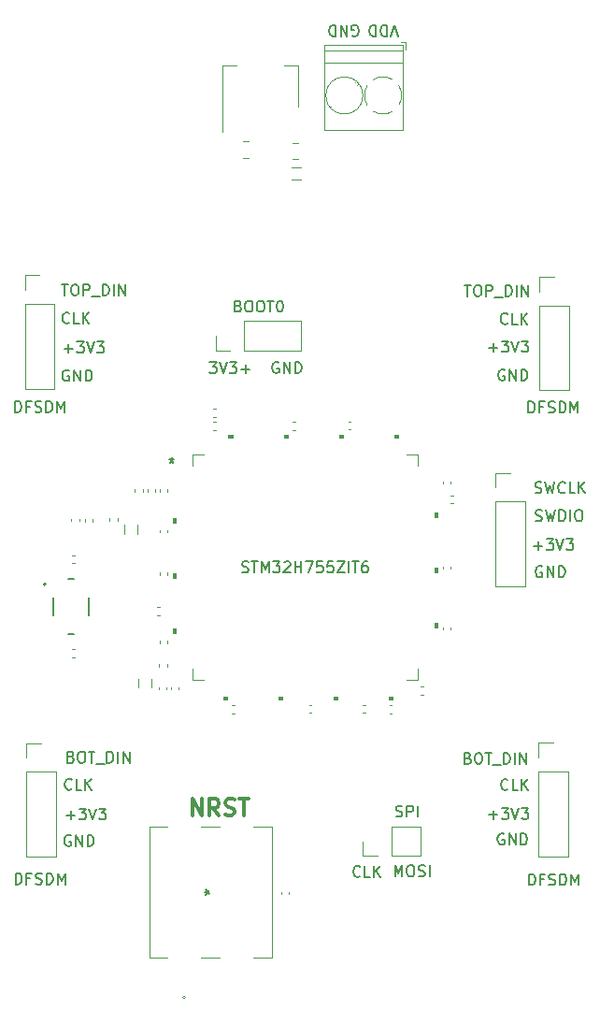
<source format=gbr>
%TF.GenerationSoftware,KiCad,Pcbnew,(5.1.10)-1*%
%TF.CreationDate,2021-11-07T19:26:15-08:00*%
%TF.ProjectId,stm32_pcb,73746d33-325f-4706-9362-2e6b69636164,rev?*%
%TF.SameCoordinates,Original*%
%TF.FileFunction,Legend,Top*%
%TF.FilePolarity,Positive*%
%FSLAX46Y46*%
G04 Gerber Fmt 4.6, Leading zero omitted, Abs format (unit mm)*
G04 Created by KiCad (PCBNEW (5.1.10)-1) date 2021-11-07 19:26:15*
%MOMM*%
%LPD*%
G01*
G04 APERTURE LIST*
%ADD10C,0.150000*%
%ADD11C,0.300000*%
%ADD12C,0.120000*%
%ADD13C,0.200000*%
%ADD14C,0.127000*%
%ADD15C,0.100000*%
G04 APERTURE END LIST*
D10*
X184778095Y-85954761D02*
X184920952Y-86002380D01*
X185159047Y-86002380D01*
X185254285Y-85954761D01*
X185301904Y-85907142D01*
X185349523Y-85811904D01*
X185349523Y-85716666D01*
X185301904Y-85621428D01*
X185254285Y-85573809D01*
X185159047Y-85526190D01*
X184968571Y-85478571D01*
X184873333Y-85430952D01*
X184825714Y-85383333D01*
X184778095Y-85288095D01*
X184778095Y-85192857D01*
X184825714Y-85097619D01*
X184873333Y-85050000D01*
X184968571Y-85002380D01*
X185206666Y-85002380D01*
X185349523Y-85050000D01*
X185682857Y-85002380D02*
X185920952Y-86002380D01*
X186111428Y-85288095D01*
X186301904Y-86002380D01*
X186540000Y-85002380D01*
X187492380Y-85907142D02*
X187444761Y-85954761D01*
X187301904Y-86002380D01*
X187206666Y-86002380D01*
X187063809Y-85954761D01*
X186968571Y-85859523D01*
X186920952Y-85764285D01*
X186873333Y-85573809D01*
X186873333Y-85430952D01*
X186920952Y-85240476D01*
X186968571Y-85145238D01*
X187063809Y-85050000D01*
X187206666Y-85002380D01*
X187301904Y-85002380D01*
X187444761Y-85050000D01*
X187492380Y-85097619D01*
X188397142Y-86002380D02*
X187920952Y-86002380D01*
X187920952Y-85002380D01*
X188730476Y-86002380D02*
X188730476Y-85002380D01*
X189301904Y-86002380D02*
X188873333Y-85430952D01*
X189301904Y-85002380D02*
X188730476Y-85573809D01*
X184830952Y-88484761D02*
X184973809Y-88532380D01*
X185211904Y-88532380D01*
X185307142Y-88484761D01*
X185354761Y-88437142D01*
X185402380Y-88341904D01*
X185402380Y-88246666D01*
X185354761Y-88151428D01*
X185307142Y-88103809D01*
X185211904Y-88056190D01*
X185021428Y-88008571D01*
X184926190Y-87960952D01*
X184878571Y-87913333D01*
X184830952Y-87818095D01*
X184830952Y-87722857D01*
X184878571Y-87627619D01*
X184926190Y-87580000D01*
X185021428Y-87532380D01*
X185259523Y-87532380D01*
X185402380Y-87580000D01*
X185735714Y-87532380D02*
X185973809Y-88532380D01*
X186164285Y-87818095D01*
X186354761Y-88532380D01*
X186592857Y-87532380D01*
X186973809Y-88532380D02*
X186973809Y-87532380D01*
X187211904Y-87532380D01*
X187354761Y-87580000D01*
X187450000Y-87675238D01*
X187497619Y-87770476D01*
X187545238Y-87960952D01*
X187545238Y-88103809D01*
X187497619Y-88294285D01*
X187450000Y-88389523D01*
X187354761Y-88484761D01*
X187211904Y-88532380D01*
X186973809Y-88532380D01*
X187973809Y-88532380D02*
X187973809Y-87532380D01*
X188640476Y-87532380D02*
X188830952Y-87532380D01*
X188926190Y-87580000D01*
X189021428Y-87675238D01*
X189069047Y-87865714D01*
X189069047Y-88199047D01*
X189021428Y-88389523D01*
X188926190Y-88484761D01*
X188830952Y-88532380D01*
X188640476Y-88532380D01*
X188545238Y-88484761D01*
X188450000Y-88389523D01*
X188402380Y-88199047D01*
X188402380Y-87865714D01*
X188450000Y-87675238D01*
X188545238Y-87580000D01*
X188640476Y-87532380D01*
X172078571Y-120702380D02*
X172078571Y-119702380D01*
X172411904Y-120416666D01*
X172745238Y-119702380D01*
X172745238Y-120702380D01*
X173411904Y-119702380D02*
X173602380Y-119702380D01*
X173697619Y-119750000D01*
X173792857Y-119845238D01*
X173840476Y-120035714D01*
X173840476Y-120369047D01*
X173792857Y-120559523D01*
X173697619Y-120654761D01*
X173602380Y-120702380D01*
X173411904Y-120702380D01*
X173316666Y-120654761D01*
X173221428Y-120559523D01*
X173173809Y-120369047D01*
X173173809Y-120035714D01*
X173221428Y-119845238D01*
X173316666Y-119750000D01*
X173411904Y-119702380D01*
X174221428Y-120654761D02*
X174364285Y-120702380D01*
X174602380Y-120702380D01*
X174697619Y-120654761D01*
X174745238Y-120607142D01*
X174792857Y-120511904D01*
X174792857Y-120416666D01*
X174745238Y-120321428D01*
X174697619Y-120273809D01*
X174602380Y-120226190D01*
X174411904Y-120178571D01*
X174316666Y-120130952D01*
X174269047Y-120083333D01*
X174221428Y-119988095D01*
X174221428Y-119892857D01*
X174269047Y-119797619D01*
X174316666Y-119750000D01*
X174411904Y-119702380D01*
X174650000Y-119702380D01*
X174792857Y-119750000D01*
X175221428Y-120702380D02*
X175221428Y-119702380D01*
X168934761Y-120657142D02*
X168887142Y-120704761D01*
X168744285Y-120752380D01*
X168649047Y-120752380D01*
X168506190Y-120704761D01*
X168410952Y-120609523D01*
X168363333Y-120514285D01*
X168315714Y-120323809D01*
X168315714Y-120180952D01*
X168363333Y-119990476D01*
X168410952Y-119895238D01*
X168506190Y-119800000D01*
X168649047Y-119752380D01*
X168744285Y-119752380D01*
X168887142Y-119800000D01*
X168934761Y-119847619D01*
X169839523Y-120752380D02*
X169363333Y-120752380D01*
X169363333Y-119752380D01*
X170172857Y-120752380D02*
X170172857Y-119752380D01*
X170744285Y-120752380D02*
X170315714Y-120180952D01*
X170744285Y-119752380D02*
X170172857Y-120323809D01*
X172166190Y-115264761D02*
X172309047Y-115312380D01*
X172547142Y-115312380D01*
X172642380Y-115264761D01*
X172690000Y-115217142D01*
X172737619Y-115121904D01*
X172737619Y-115026666D01*
X172690000Y-114931428D01*
X172642380Y-114883809D01*
X172547142Y-114836190D01*
X172356666Y-114788571D01*
X172261428Y-114740952D01*
X172213809Y-114693333D01*
X172166190Y-114598095D01*
X172166190Y-114502857D01*
X172213809Y-114407619D01*
X172261428Y-114360000D01*
X172356666Y-114312380D01*
X172594761Y-114312380D01*
X172737619Y-114360000D01*
X173166190Y-115312380D02*
X173166190Y-114312380D01*
X173547142Y-114312380D01*
X173642380Y-114360000D01*
X173690000Y-114407619D01*
X173737619Y-114502857D01*
X173737619Y-114645714D01*
X173690000Y-114740952D01*
X173642380Y-114788571D01*
X173547142Y-114836190D01*
X173166190Y-114836190D01*
X174166190Y-115312380D02*
X174166190Y-114312380D01*
D11*
X153709285Y-115198571D02*
X153709285Y-113698571D01*
X154566428Y-115198571D01*
X154566428Y-113698571D01*
X156137857Y-115198571D02*
X155637857Y-114484285D01*
X155280714Y-115198571D02*
X155280714Y-113698571D01*
X155852142Y-113698571D01*
X155995000Y-113770000D01*
X156066428Y-113841428D01*
X156137857Y-113984285D01*
X156137857Y-114198571D01*
X156066428Y-114341428D01*
X155995000Y-114412857D01*
X155852142Y-114484285D01*
X155280714Y-114484285D01*
X156709285Y-115127142D02*
X156923571Y-115198571D01*
X157280714Y-115198571D01*
X157423571Y-115127142D01*
X157495000Y-115055714D01*
X157566428Y-114912857D01*
X157566428Y-114770000D01*
X157495000Y-114627142D01*
X157423571Y-114555714D01*
X157280714Y-114484285D01*
X156995000Y-114412857D01*
X156852142Y-114341428D01*
X156780714Y-114270000D01*
X156709285Y-114127142D01*
X156709285Y-113984285D01*
X156780714Y-113841428D01*
X156852142Y-113770000D01*
X156995000Y-113698571D01*
X157352142Y-113698571D01*
X157566428Y-113770000D01*
X157995000Y-113698571D02*
X158852142Y-113698571D01*
X158423571Y-115198571D02*
X158423571Y-113698571D01*
D10*
X184668095Y-90781428D02*
X185430000Y-90781428D01*
X185049047Y-91162380D02*
X185049047Y-90400476D01*
X185810952Y-90162380D02*
X186430000Y-90162380D01*
X186096666Y-90543333D01*
X186239523Y-90543333D01*
X186334761Y-90590952D01*
X186382380Y-90638571D01*
X186430000Y-90733809D01*
X186430000Y-90971904D01*
X186382380Y-91067142D01*
X186334761Y-91114761D01*
X186239523Y-91162380D01*
X185953809Y-91162380D01*
X185858571Y-91114761D01*
X185810952Y-91067142D01*
X186715714Y-90162380D02*
X187049047Y-91162380D01*
X187382380Y-90162380D01*
X187620476Y-90162380D02*
X188239523Y-90162380D01*
X187906190Y-90543333D01*
X188049047Y-90543333D01*
X188144285Y-90590952D01*
X188191904Y-90638571D01*
X188239523Y-90733809D01*
X188239523Y-90971904D01*
X188191904Y-91067142D01*
X188144285Y-91114761D01*
X188049047Y-91162380D01*
X187763333Y-91162380D01*
X187668095Y-91114761D01*
X187620476Y-91067142D01*
X185398095Y-92670000D02*
X185302857Y-92622380D01*
X185160000Y-92622380D01*
X185017142Y-92670000D01*
X184921904Y-92765238D01*
X184874285Y-92860476D01*
X184826666Y-93050952D01*
X184826666Y-93193809D01*
X184874285Y-93384285D01*
X184921904Y-93479523D01*
X185017142Y-93574761D01*
X185160000Y-93622380D01*
X185255238Y-93622380D01*
X185398095Y-93574761D01*
X185445714Y-93527142D01*
X185445714Y-93193809D01*
X185255238Y-93193809D01*
X185874285Y-93622380D02*
X185874285Y-92622380D01*
X186445714Y-93622380D01*
X186445714Y-92622380D01*
X186921904Y-93622380D02*
X186921904Y-92622380D01*
X187160000Y-92622380D01*
X187302857Y-92670000D01*
X187398095Y-92765238D01*
X187445714Y-92860476D01*
X187493333Y-93050952D01*
X187493333Y-93193809D01*
X187445714Y-93384285D01*
X187398095Y-93479523D01*
X187302857Y-93574761D01*
X187160000Y-93622380D01*
X186921904Y-93622380D01*
X172343333Y-44637619D02*
X172010000Y-43637619D01*
X171676666Y-44637619D01*
X171343333Y-43637619D02*
X171343333Y-44637619D01*
X171105238Y-44637619D01*
X170962380Y-44590000D01*
X170867142Y-44494761D01*
X170819523Y-44399523D01*
X170771904Y-44209047D01*
X170771904Y-44066190D01*
X170819523Y-43875714D01*
X170867142Y-43780476D01*
X170962380Y-43685238D01*
X171105238Y-43637619D01*
X171343333Y-43637619D01*
X170343333Y-43637619D02*
X170343333Y-44637619D01*
X170105238Y-44637619D01*
X169962380Y-44590000D01*
X169867142Y-44494761D01*
X169819523Y-44399523D01*
X169771904Y-44209047D01*
X169771904Y-44066190D01*
X169819523Y-43875714D01*
X169867142Y-43780476D01*
X169962380Y-43685238D01*
X170105238Y-43637619D01*
X170343333Y-43637619D01*
X168221904Y-44590000D02*
X168317142Y-44637619D01*
X168460000Y-44637619D01*
X168602857Y-44590000D01*
X168698095Y-44494761D01*
X168745714Y-44399523D01*
X168793333Y-44209047D01*
X168793333Y-44066190D01*
X168745714Y-43875714D01*
X168698095Y-43780476D01*
X168602857Y-43685238D01*
X168460000Y-43637619D01*
X168364761Y-43637619D01*
X168221904Y-43685238D01*
X168174285Y-43732857D01*
X168174285Y-44066190D01*
X168364761Y-44066190D01*
X167745714Y-43637619D02*
X167745714Y-44637619D01*
X167174285Y-43637619D01*
X167174285Y-44637619D01*
X166698095Y-43637619D02*
X166698095Y-44637619D01*
X166460000Y-44637619D01*
X166317142Y-44590000D01*
X166221904Y-44494761D01*
X166174285Y-44399523D01*
X166126666Y-44209047D01*
X166126666Y-44066190D01*
X166174285Y-43875714D01*
X166221904Y-43780476D01*
X166317142Y-43685238D01*
X166460000Y-43637619D01*
X166698095Y-43637619D01*
X161528095Y-74180000D02*
X161432857Y-74132380D01*
X161290000Y-74132380D01*
X161147142Y-74180000D01*
X161051904Y-74275238D01*
X161004285Y-74370476D01*
X160956666Y-74560952D01*
X160956666Y-74703809D01*
X161004285Y-74894285D01*
X161051904Y-74989523D01*
X161147142Y-75084761D01*
X161290000Y-75132380D01*
X161385238Y-75132380D01*
X161528095Y-75084761D01*
X161575714Y-75037142D01*
X161575714Y-74703809D01*
X161385238Y-74703809D01*
X162004285Y-75132380D02*
X162004285Y-74132380D01*
X162575714Y-75132380D01*
X162575714Y-74132380D01*
X163051904Y-75132380D02*
X163051904Y-74132380D01*
X163290000Y-74132380D01*
X163432857Y-74180000D01*
X163528095Y-74275238D01*
X163575714Y-74370476D01*
X163623333Y-74560952D01*
X163623333Y-74703809D01*
X163575714Y-74894285D01*
X163528095Y-74989523D01*
X163432857Y-75084761D01*
X163290000Y-75132380D01*
X163051904Y-75132380D01*
X155292857Y-74152380D02*
X155911904Y-74152380D01*
X155578571Y-74533333D01*
X155721428Y-74533333D01*
X155816666Y-74580952D01*
X155864285Y-74628571D01*
X155911904Y-74723809D01*
X155911904Y-74961904D01*
X155864285Y-75057142D01*
X155816666Y-75104761D01*
X155721428Y-75152380D01*
X155435714Y-75152380D01*
X155340476Y-75104761D01*
X155292857Y-75057142D01*
X156197619Y-74152380D02*
X156530952Y-75152380D01*
X156864285Y-74152380D01*
X157102380Y-74152380D02*
X157721428Y-74152380D01*
X157388095Y-74533333D01*
X157530952Y-74533333D01*
X157626190Y-74580952D01*
X157673809Y-74628571D01*
X157721428Y-74723809D01*
X157721428Y-74961904D01*
X157673809Y-75057142D01*
X157626190Y-75104761D01*
X157530952Y-75152380D01*
X157245238Y-75152380D01*
X157150000Y-75104761D01*
X157102380Y-75057142D01*
X158150000Y-74771428D02*
X158911904Y-74771428D01*
X158530952Y-75152380D02*
X158530952Y-74390476D01*
X157906666Y-69068571D02*
X158049523Y-69116190D01*
X158097142Y-69163809D01*
X158144761Y-69259047D01*
X158144761Y-69401904D01*
X158097142Y-69497142D01*
X158049523Y-69544761D01*
X157954285Y-69592380D01*
X157573333Y-69592380D01*
X157573333Y-68592380D01*
X157906666Y-68592380D01*
X158001904Y-68640000D01*
X158049523Y-68687619D01*
X158097142Y-68782857D01*
X158097142Y-68878095D01*
X158049523Y-68973333D01*
X158001904Y-69020952D01*
X157906666Y-69068571D01*
X157573333Y-69068571D01*
X158763809Y-68592380D02*
X158954285Y-68592380D01*
X159049523Y-68640000D01*
X159144761Y-68735238D01*
X159192380Y-68925714D01*
X159192380Y-69259047D01*
X159144761Y-69449523D01*
X159049523Y-69544761D01*
X158954285Y-69592380D01*
X158763809Y-69592380D01*
X158668571Y-69544761D01*
X158573333Y-69449523D01*
X158525714Y-69259047D01*
X158525714Y-68925714D01*
X158573333Y-68735238D01*
X158668571Y-68640000D01*
X158763809Y-68592380D01*
X159811428Y-68592380D02*
X160001904Y-68592380D01*
X160097142Y-68640000D01*
X160192380Y-68735238D01*
X160240000Y-68925714D01*
X160240000Y-69259047D01*
X160192380Y-69449523D01*
X160097142Y-69544761D01*
X160001904Y-69592380D01*
X159811428Y-69592380D01*
X159716190Y-69544761D01*
X159620952Y-69449523D01*
X159573333Y-69259047D01*
X159573333Y-68925714D01*
X159620952Y-68735238D01*
X159716190Y-68640000D01*
X159811428Y-68592380D01*
X160525714Y-68592380D02*
X161097142Y-68592380D01*
X160811428Y-69592380D02*
X160811428Y-68592380D01*
X161620952Y-68592380D02*
X161716190Y-68592380D01*
X161811428Y-68640000D01*
X161859047Y-68687619D01*
X161906666Y-68782857D01*
X161954285Y-68973333D01*
X161954285Y-69211428D01*
X161906666Y-69401904D01*
X161859047Y-69497142D01*
X161811428Y-69544761D01*
X161716190Y-69592380D01*
X161620952Y-69592380D01*
X161525714Y-69544761D01*
X161478095Y-69497142D01*
X161430476Y-69401904D01*
X161382857Y-69211428D01*
X161382857Y-68973333D01*
X161430476Y-68782857D01*
X161478095Y-68687619D01*
X161525714Y-68640000D01*
X161620952Y-68592380D01*
X178693809Y-109988571D02*
X178836666Y-110036190D01*
X178884285Y-110083809D01*
X178931904Y-110179047D01*
X178931904Y-110321904D01*
X178884285Y-110417142D01*
X178836666Y-110464761D01*
X178741428Y-110512380D01*
X178360476Y-110512380D01*
X178360476Y-109512380D01*
X178693809Y-109512380D01*
X178789047Y-109560000D01*
X178836666Y-109607619D01*
X178884285Y-109702857D01*
X178884285Y-109798095D01*
X178836666Y-109893333D01*
X178789047Y-109940952D01*
X178693809Y-109988571D01*
X178360476Y-109988571D01*
X179550952Y-109512380D02*
X179741428Y-109512380D01*
X179836666Y-109560000D01*
X179931904Y-109655238D01*
X179979523Y-109845714D01*
X179979523Y-110179047D01*
X179931904Y-110369523D01*
X179836666Y-110464761D01*
X179741428Y-110512380D01*
X179550952Y-110512380D01*
X179455714Y-110464761D01*
X179360476Y-110369523D01*
X179312857Y-110179047D01*
X179312857Y-109845714D01*
X179360476Y-109655238D01*
X179455714Y-109560000D01*
X179550952Y-109512380D01*
X180265238Y-109512380D02*
X180836666Y-109512380D01*
X180550952Y-110512380D02*
X180550952Y-109512380D01*
X180931904Y-110607619D02*
X181693809Y-110607619D01*
X181931904Y-110512380D02*
X181931904Y-109512380D01*
X182170000Y-109512380D01*
X182312857Y-109560000D01*
X182408095Y-109655238D01*
X182455714Y-109750476D01*
X182503333Y-109940952D01*
X182503333Y-110083809D01*
X182455714Y-110274285D01*
X182408095Y-110369523D01*
X182312857Y-110464761D01*
X182170000Y-110512380D01*
X181931904Y-110512380D01*
X182931904Y-110512380D02*
X182931904Y-109512380D01*
X183408095Y-110512380D02*
X183408095Y-109512380D01*
X183979523Y-110512380D01*
X183979523Y-109512380D01*
X142743809Y-109888571D02*
X142886666Y-109936190D01*
X142934285Y-109983809D01*
X142981904Y-110079047D01*
X142981904Y-110221904D01*
X142934285Y-110317142D01*
X142886666Y-110364761D01*
X142791428Y-110412380D01*
X142410476Y-110412380D01*
X142410476Y-109412380D01*
X142743809Y-109412380D01*
X142839047Y-109460000D01*
X142886666Y-109507619D01*
X142934285Y-109602857D01*
X142934285Y-109698095D01*
X142886666Y-109793333D01*
X142839047Y-109840952D01*
X142743809Y-109888571D01*
X142410476Y-109888571D01*
X143600952Y-109412380D02*
X143791428Y-109412380D01*
X143886666Y-109460000D01*
X143981904Y-109555238D01*
X144029523Y-109745714D01*
X144029523Y-110079047D01*
X143981904Y-110269523D01*
X143886666Y-110364761D01*
X143791428Y-110412380D01*
X143600952Y-110412380D01*
X143505714Y-110364761D01*
X143410476Y-110269523D01*
X143362857Y-110079047D01*
X143362857Y-109745714D01*
X143410476Y-109555238D01*
X143505714Y-109460000D01*
X143600952Y-109412380D01*
X144315238Y-109412380D02*
X144886666Y-109412380D01*
X144600952Y-110412380D02*
X144600952Y-109412380D01*
X144981904Y-110507619D02*
X145743809Y-110507619D01*
X145981904Y-110412380D02*
X145981904Y-109412380D01*
X146220000Y-109412380D01*
X146362857Y-109460000D01*
X146458095Y-109555238D01*
X146505714Y-109650476D01*
X146553333Y-109840952D01*
X146553333Y-109983809D01*
X146505714Y-110174285D01*
X146458095Y-110269523D01*
X146362857Y-110364761D01*
X146220000Y-110412380D01*
X145981904Y-110412380D01*
X146981904Y-110412380D02*
X146981904Y-109412380D01*
X147458095Y-110412380D02*
X147458095Y-109412380D01*
X148029523Y-110412380D01*
X148029523Y-109412380D01*
X142328095Y-115181428D02*
X143090000Y-115181428D01*
X142709047Y-115562380D02*
X142709047Y-114800476D01*
X143470952Y-114562380D02*
X144090000Y-114562380D01*
X143756666Y-114943333D01*
X143899523Y-114943333D01*
X143994761Y-114990952D01*
X144042380Y-115038571D01*
X144090000Y-115133809D01*
X144090000Y-115371904D01*
X144042380Y-115467142D01*
X143994761Y-115514761D01*
X143899523Y-115562380D01*
X143613809Y-115562380D01*
X143518571Y-115514761D01*
X143470952Y-115467142D01*
X144375714Y-114562380D02*
X144709047Y-115562380D01*
X145042380Y-114562380D01*
X145280476Y-114562380D02*
X145899523Y-114562380D01*
X145566190Y-114943333D01*
X145709047Y-114943333D01*
X145804285Y-114990952D01*
X145851904Y-115038571D01*
X145899523Y-115133809D01*
X145899523Y-115371904D01*
X145851904Y-115467142D01*
X145804285Y-115514761D01*
X145709047Y-115562380D01*
X145423333Y-115562380D01*
X145328095Y-115514761D01*
X145280476Y-115467142D01*
X180608095Y-115131428D02*
X181370000Y-115131428D01*
X180989047Y-115512380D02*
X180989047Y-114750476D01*
X181750952Y-114512380D02*
X182370000Y-114512380D01*
X182036666Y-114893333D01*
X182179523Y-114893333D01*
X182274761Y-114940952D01*
X182322380Y-114988571D01*
X182370000Y-115083809D01*
X182370000Y-115321904D01*
X182322380Y-115417142D01*
X182274761Y-115464761D01*
X182179523Y-115512380D01*
X181893809Y-115512380D01*
X181798571Y-115464761D01*
X181750952Y-115417142D01*
X182655714Y-114512380D02*
X182989047Y-115512380D01*
X183322380Y-114512380D01*
X183560476Y-114512380D02*
X184179523Y-114512380D01*
X183846190Y-114893333D01*
X183989047Y-114893333D01*
X184084285Y-114940952D01*
X184131904Y-114988571D01*
X184179523Y-115083809D01*
X184179523Y-115321904D01*
X184131904Y-115417142D01*
X184084285Y-115464761D01*
X183989047Y-115512380D01*
X183703333Y-115512380D01*
X183608095Y-115464761D01*
X183560476Y-115417142D01*
X181948095Y-116885000D02*
X181852857Y-116837380D01*
X181710000Y-116837380D01*
X181567142Y-116885000D01*
X181471904Y-116980238D01*
X181424285Y-117075476D01*
X181376666Y-117265952D01*
X181376666Y-117408809D01*
X181424285Y-117599285D01*
X181471904Y-117694523D01*
X181567142Y-117789761D01*
X181710000Y-117837380D01*
X181805238Y-117837380D01*
X181948095Y-117789761D01*
X181995714Y-117742142D01*
X181995714Y-117408809D01*
X181805238Y-117408809D01*
X182424285Y-117837380D02*
X182424285Y-116837380D01*
X182995714Y-117837380D01*
X182995714Y-116837380D01*
X183471904Y-117837380D02*
X183471904Y-116837380D01*
X183710000Y-116837380D01*
X183852857Y-116885000D01*
X183948095Y-116980238D01*
X183995714Y-117075476D01*
X184043333Y-117265952D01*
X184043333Y-117408809D01*
X183995714Y-117599285D01*
X183948095Y-117694523D01*
X183852857Y-117789761D01*
X183710000Y-117837380D01*
X183471904Y-117837380D01*
X142708095Y-117005000D02*
X142612857Y-116957380D01*
X142470000Y-116957380D01*
X142327142Y-117005000D01*
X142231904Y-117100238D01*
X142184285Y-117195476D01*
X142136666Y-117385952D01*
X142136666Y-117528809D01*
X142184285Y-117719285D01*
X142231904Y-117814523D01*
X142327142Y-117909761D01*
X142470000Y-117957380D01*
X142565238Y-117957380D01*
X142708095Y-117909761D01*
X142755714Y-117862142D01*
X142755714Y-117528809D01*
X142565238Y-117528809D01*
X143184285Y-117957380D02*
X143184285Y-116957380D01*
X143755714Y-117957380D01*
X143755714Y-116957380D01*
X144231904Y-117957380D02*
X144231904Y-116957380D01*
X144470000Y-116957380D01*
X144612857Y-117005000D01*
X144708095Y-117100238D01*
X144755714Y-117195476D01*
X144803333Y-117385952D01*
X144803333Y-117528809D01*
X144755714Y-117719285D01*
X144708095Y-117814523D01*
X144612857Y-117909761D01*
X144470000Y-117957380D01*
X144231904Y-117957380D01*
X182314761Y-112787142D02*
X182267142Y-112834761D01*
X182124285Y-112882380D01*
X182029047Y-112882380D01*
X181886190Y-112834761D01*
X181790952Y-112739523D01*
X181743333Y-112644285D01*
X181695714Y-112453809D01*
X181695714Y-112310952D01*
X181743333Y-112120476D01*
X181790952Y-112025238D01*
X181886190Y-111930000D01*
X182029047Y-111882380D01*
X182124285Y-111882380D01*
X182267142Y-111930000D01*
X182314761Y-111977619D01*
X183219523Y-112882380D02*
X182743333Y-112882380D01*
X182743333Y-111882380D01*
X183552857Y-112882380D02*
X183552857Y-111882380D01*
X184124285Y-112882380D02*
X183695714Y-112310952D01*
X184124285Y-111882380D02*
X183552857Y-112453809D01*
X142794761Y-112767142D02*
X142747142Y-112814761D01*
X142604285Y-112862380D01*
X142509047Y-112862380D01*
X142366190Y-112814761D01*
X142270952Y-112719523D01*
X142223333Y-112624285D01*
X142175714Y-112433809D01*
X142175714Y-112290952D01*
X142223333Y-112100476D01*
X142270952Y-112005238D01*
X142366190Y-111910000D01*
X142509047Y-111862380D01*
X142604285Y-111862380D01*
X142747142Y-111910000D01*
X142794761Y-111957619D01*
X143699523Y-112862380D02*
X143223333Y-112862380D01*
X143223333Y-111862380D01*
X144032857Y-112862380D02*
X144032857Y-111862380D01*
X144604285Y-112862380D02*
X144175714Y-112290952D01*
X144604285Y-111862380D02*
X144032857Y-112433809D01*
X184221904Y-121492380D02*
X184221904Y-120492380D01*
X184460000Y-120492380D01*
X184602857Y-120540000D01*
X184698095Y-120635238D01*
X184745714Y-120730476D01*
X184793333Y-120920952D01*
X184793333Y-121063809D01*
X184745714Y-121254285D01*
X184698095Y-121349523D01*
X184602857Y-121444761D01*
X184460000Y-121492380D01*
X184221904Y-121492380D01*
X185555238Y-120968571D02*
X185221904Y-120968571D01*
X185221904Y-121492380D02*
X185221904Y-120492380D01*
X185698095Y-120492380D01*
X186031428Y-121444761D02*
X186174285Y-121492380D01*
X186412380Y-121492380D01*
X186507619Y-121444761D01*
X186555238Y-121397142D01*
X186602857Y-121301904D01*
X186602857Y-121206666D01*
X186555238Y-121111428D01*
X186507619Y-121063809D01*
X186412380Y-121016190D01*
X186221904Y-120968571D01*
X186126666Y-120920952D01*
X186079047Y-120873333D01*
X186031428Y-120778095D01*
X186031428Y-120682857D01*
X186079047Y-120587619D01*
X186126666Y-120540000D01*
X186221904Y-120492380D01*
X186460000Y-120492380D01*
X186602857Y-120540000D01*
X187031428Y-121492380D02*
X187031428Y-120492380D01*
X187269523Y-120492380D01*
X187412380Y-120540000D01*
X187507619Y-120635238D01*
X187555238Y-120730476D01*
X187602857Y-120920952D01*
X187602857Y-121063809D01*
X187555238Y-121254285D01*
X187507619Y-121349523D01*
X187412380Y-121444761D01*
X187269523Y-121492380D01*
X187031428Y-121492380D01*
X188031428Y-121492380D02*
X188031428Y-120492380D01*
X188364761Y-121206666D01*
X188698095Y-120492380D01*
X188698095Y-121492380D01*
X137711904Y-121412380D02*
X137711904Y-120412380D01*
X137950000Y-120412380D01*
X138092857Y-120460000D01*
X138188095Y-120555238D01*
X138235714Y-120650476D01*
X138283333Y-120840952D01*
X138283333Y-120983809D01*
X138235714Y-121174285D01*
X138188095Y-121269523D01*
X138092857Y-121364761D01*
X137950000Y-121412380D01*
X137711904Y-121412380D01*
X139045238Y-120888571D02*
X138711904Y-120888571D01*
X138711904Y-121412380D02*
X138711904Y-120412380D01*
X139188095Y-120412380D01*
X139521428Y-121364761D02*
X139664285Y-121412380D01*
X139902380Y-121412380D01*
X139997619Y-121364761D01*
X140045238Y-121317142D01*
X140092857Y-121221904D01*
X140092857Y-121126666D01*
X140045238Y-121031428D01*
X139997619Y-120983809D01*
X139902380Y-120936190D01*
X139711904Y-120888571D01*
X139616666Y-120840952D01*
X139569047Y-120793333D01*
X139521428Y-120698095D01*
X139521428Y-120602857D01*
X139569047Y-120507619D01*
X139616666Y-120460000D01*
X139711904Y-120412380D01*
X139950000Y-120412380D01*
X140092857Y-120460000D01*
X140521428Y-121412380D02*
X140521428Y-120412380D01*
X140759523Y-120412380D01*
X140902380Y-120460000D01*
X140997619Y-120555238D01*
X141045238Y-120650476D01*
X141092857Y-120840952D01*
X141092857Y-120983809D01*
X141045238Y-121174285D01*
X140997619Y-121269523D01*
X140902380Y-121364761D01*
X140759523Y-121412380D01*
X140521428Y-121412380D01*
X141521428Y-121412380D02*
X141521428Y-120412380D01*
X141854761Y-121126666D01*
X142188095Y-120412380D01*
X142188095Y-121412380D01*
X184171904Y-78722380D02*
X184171904Y-77722380D01*
X184410000Y-77722380D01*
X184552857Y-77770000D01*
X184648095Y-77865238D01*
X184695714Y-77960476D01*
X184743333Y-78150952D01*
X184743333Y-78293809D01*
X184695714Y-78484285D01*
X184648095Y-78579523D01*
X184552857Y-78674761D01*
X184410000Y-78722380D01*
X184171904Y-78722380D01*
X185505238Y-78198571D02*
X185171904Y-78198571D01*
X185171904Y-78722380D02*
X185171904Y-77722380D01*
X185648095Y-77722380D01*
X185981428Y-78674761D02*
X186124285Y-78722380D01*
X186362380Y-78722380D01*
X186457619Y-78674761D01*
X186505238Y-78627142D01*
X186552857Y-78531904D01*
X186552857Y-78436666D01*
X186505238Y-78341428D01*
X186457619Y-78293809D01*
X186362380Y-78246190D01*
X186171904Y-78198571D01*
X186076666Y-78150952D01*
X186029047Y-78103333D01*
X185981428Y-78008095D01*
X185981428Y-77912857D01*
X186029047Y-77817619D01*
X186076666Y-77770000D01*
X186171904Y-77722380D01*
X186410000Y-77722380D01*
X186552857Y-77770000D01*
X186981428Y-78722380D02*
X186981428Y-77722380D01*
X187219523Y-77722380D01*
X187362380Y-77770000D01*
X187457619Y-77865238D01*
X187505238Y-77960476D01*
X187552857Y-78150952D01*
X187552857Y-78293809D01*
X187505238Y-78484285D01*
X187457619Y-78579523D01*
X187362380Y-78674761D01*
X187219523Y-78722380D01*
X186981428Y-78722380D01*
X187981428Y-78722380D02*
X187981428Y-77722380D01*
X188314761Y-78436666D01*
X188648095Y-77722380D01*
X188648095Y-78722380D01*
X181998095Y-74865000D02*
X181902857Y-74817380D01*
X181760000Y-74817380D01*
X181617142Y-74865000D01*
X181521904Y-74960238D01*
X181474285Y-75055476D01*
X181426666Y-75245952D01*
X181426666Y-75388809D01*
X181474285Y-75579285D01*
X181521904Y-75674523D01*
X181617142Y-75769761D01*
X181760000Y-75817380D01*
X181855238Y-75817380D01*
X181998095Y-75769761D01*
X182045714Y-75722142D01*
X182045714Y-75388809D01*
X181855238Y-75388809D01*
X182474285Y-75817380D02*
X182474285Y-74817380D01*
X183045714Y-75817380D01*
X183045714Y-74817380D01*
X183521904Y-75817380D02*
X183521904Y-74817380D01*
X183760000Y-74817380D01*
X183902857Y-74865000D01*
X183998095Y-74960238D01*
X184045714Y-75055476D01*
X184093333Y-75245952D01*
X184093333Y-75388809D01*
X184045714Y-75579285D01*
X183998095Y-75674523D01*
X183902857Y-75769761D01*
X183760000Y-75817380D01*
X183521904Y-75817380D01*
X180608095Y-72851428D02*
X181370000Y-72851428D01*
X180989047Y-73232380D02*
X180989047Y-72470476D01*
X181750952Y-72232380D02*
X182370000Y-72232380D01*
X182036666Y-72613333D01*
X182179523Y-72613333D01*
X182274761Y-72660952D01*
X182322380Y-72708571D01*
X182370000Y-72803809D01*
X182370000Y-73041904D01*
X182322380Y-73137142D01*
X182274761Y-73184761D01*
X182179523Y-73232380D01*
X181893809Y-73232380D01*
X181798571Y-73184761D01*
X181750952Y-73137142D01*
X182655714Y-72232380D02*
X182989047Y-73232380D01*
X183322380Y-72232380D01*
X183560476Y-72232380D02*
X184179523Y-72232380D01*
X183846190Y-72613333D01*
X183989047Y-72613333D01*
X184084285Y-72660952D01*
X184131904Y-72708571D01*
X184179523Y-72803809D01*
X184179523Y-73041904D01*
X184131904Y-73137142D01*
X184084285Y-73184761D01*
X183989047Y-73232380D01*
X183703333Y-73232380D01*
X183608095Y-73184761D01*
X183560476Y-73137142D01*
X182284761Y-70607142D02*
X182237142Y-70654761D01*
X182094285Y-70702380D01*
X181999047Y-70702380D01*
X181856190Y-70654761D01*
X181760952Y-70559523D01*
X181713333Y-70464285D01*
X181665714Y-70273809D01*
X181665714Y-70130952D01*
X181713333Y-69940476D01*
X181760952Y-69845238D01*
X181856190Y-69750000D01*
X181999047Y-69702380D01*
X182094285Y-69702380D01*
X182237142Y-69750000D01*
X182284761Y-69797619D01*
X183189523Y-70702380D02*
X182713333Y-70702380D01*
X182713333Y-69702380D01*
X183522857Y-70702380D02*
X183522857Y-69702380D01*
X184094285Y-70702380D02*
X183665714Y-70130952D01*
X184094285Y-69702380D02*
X183522857Y-70273809D01*
X178387619Y-67172380D02*
X178959047Y-67172380D01*
X178673333Y-68172380D02*
X178673333Y-67172380D01*
X179482857Y-67172380D02*
X179673333Y-67172380D01*
X179768571Y-67220000D01*
X179863809Y-67315238D01*
X179911428Y-67505714D01*
X179911428Y-67839047D01*
X179863809Y-68029523D01*
X179768571Y-68124761D01*
X179673333Y-68172380D01*
X179482857Y-68172380D01*
X179387619Y-68124761D01*
X179292380Y-68029523D01*
X179244761Y-67839047D01*
X179244761Y-67505714D01*
X179292380Y-67315238D01*
X179387619Y-67220000D01*
X179482857Y-67172380D01*
X180340000Y-68172380D02*
X180340000Y-67172380D01*
X180720952Y-67172380D01*
X180816190Y-67220000D01*
X180863809Y-67267619D01*
X180911428Y-67362857D01*
X180911428Y-67505714D01*
X180863809Y-67600952D01*
X180816190Y-67648571D01*
X180720952Y-67696190D01*
X180340000Y-67696190D01*
X181101904Y-68267619D02*
X181863809Y-68267619D01*
X182101904Y-68172380D02*
X182101904Y-67172380D01*
X182340000Y-67172380D01*
X182482857Y-67220000D01*
X182578095Y-67315238D01*
X182625714Y-67410476D01*
X182673333Y-67600952D01*
X182673333Y-67743809D01*
X182625714Y-67934285D01*
X182578095Y-68029523D01*
X182482857Y-68124761D01*
X182340000Y-68172380D01*
X182101904Y-68172380D01*
X183101904Y-68172380D02*
X183101904Y-67172380D01*
X183578095Y-68172380D02*
X183578095Y-67172380D01*
X184149523Y-68172380D01*
X184149523Y-67172380D01*
X141897619Y-67102380D02*
X142469047Y-67102380D01*
X142183333Y-68102380D02*
X142183333Y-67102380D01*
X142992857Y-67102380D02*
X143183333Y-67102380D01*
X143278571Y-67150000D01*
X143373809Y-67245238D01*
X143421428Y-67435714D01*
X143421428Y-67769047D01*
X143373809Y-67959523D01*
X143278571Y-68054761D01*
X143183333Y-68102380D01*
X142992857Y-68102380D01*
X142897619Y-68054761D01*
X142802380Y-67959523D01*
X142754761Y-67769047D01*
X142754761Y-67435714D01*
X142802380Y-67245238D01*
X142897619Y-67150000D01*
X142992857Y-67102380D01*
X143850000Y-68102380D02*
X143850000Y-67102380D01*
X144230952Y-67102380D01*
X144326190Y-67150000D01*
X144373809Y-67197619D01*
X144421428Y-67292857D01*
X144421428Y-67435714D01*
X144373809Y-67530952D01*
X144326190Y-67578571D01*
X144230952Y-67626190D01*
X143850000Y-67626190D01*
X144611904Y-68197619D02*
X145373809Y-68197619D01*
X145611904Y-68102380D02*
X145611904Y-67102380D01*
X145850000Y-67102380D01*
X145992857Y-67150000D01*
X146088095Y-67245238D01*
X146135714Y-67340476D01*
X146183333Y-67530952D01*
X146183333Y-67673809D01*
X146135714Y-67864285D01*
X146088095Y-67959523D01*
X145992857Y-68054761D01*
X145850000Y-68102380D01*
X145611904Y-68102380D01*
X146611904Y-68102380D02*
X146611904Y-67102380D01*
X147088095Y-68102380D02*
X147088095Y-67102380D01*
X147659523Y-68102380D01*
X147659523Y-67102380D01*
X142574761Y-70547142D02*
X142527142Y-70594761D01*
X142384285Y-70642380D01*
X142289047Y-70642380D01*
X142146190Y-70594761D01*
X142050952Y-70499523D01*
X142003333Y-70404285D01*
X141955714Y-70213809D01*
X141955714Y-70070952D01*
X142003333Y-69880476D01*
X142050952Y-69785238D01*
X142146190Y-69690000D01*
X142289047Y-69642380D01*
X142384285Y-69642380D01*
X142527142Y-69690000D01*
X142574761Y-69737619D01*
X143479523Y-70642380D02*
X143003333Y-70642380D01*
X143003333Y-69642380D01*
X143812857Y-70642380D02*
X143812857Y-69642380D01*
X144384285Y-70642380D02*
X143955714Y-70070952D01*
X144384285Y-69642380D02*
X143812857Y-70213809D01*
X142538095Y-74905000D02*
X142442857Y-74857380D01*
X142300000Y-74857380D01*
X142157142Y-74905000D01*
X142061904Y-75000238D01*
X142014285Y-75095476D01*
X141966666Y-75285952D01*
X141966666Y-75428809D01*
X142014285Y-75619285D01*
X142061904Y-75714523D01*
X142157142Y-75809761D01*
X142300000Y-75857380D01*
X142395238Y-75857380D01*
X142538095Y-75809761D01*
X142585714Y-75762142D01*
X142585714Y-75428809D01*
X142395238Y-75428809D01*
X143014285Y-75857380D02*
X143014285Y-74857380D01*
X143585714Y-75857380D01*
X143585714Y-74857380D01*
X144061904Y-75857380D02*
X144061904Y-74857380D01*
X144300000Y-74857380D01*
X144442857Y-74905000D01*
X144538095Y-75000238D01*
X144585714Y-75095476D01*
X144633333Y-75285952D01*
X144633333Y-75428809D01*
X144585714Y-75619285D01*
X144538095Y-75714523D01*
X144442857Y-75809761D01*
X144300000Y-75857380D01*
X144061904Y-75857380D01*
X142138095Y-72921428D02*
X142900000Y-72921428D01*
X142519047Y-73302380D02*
X142519047Y-72540476D01*
X143280952Y-72302380D02*
X143900000Y-72302380D01*
X143566666Y-72683333D01*
X143709523Y-72683333D01*
X143804761Y-72730952D01*
X143852380Y-72778571D01*
X143900000Y-72873809D01*
X143900000Y-73111904D01*
X143852380Y-73207142D01*
X143804761Y-73254761D01*
X143709523Y-73302380D01*
X143423809Y-73302380D01*
X143328571Y-73254761D01*
X143280952Y-73207142D01*
X144185714Y-72302380D02*
X144519047Y-73302380D01*
X144852380Y-72302380D01*
X145090476Y-72302380D02*
X145709523Y-72302380D01*
X145376190Y-72683333D01*
X145519047Y-72683333D01*
X145614285Y-72730952D01*
X145661904Y-72778571D01*
X145709523Y-72873809D01*
X145709523Y-73111904D01*
X145661904Y-73207142D01*
X145614285Y-73254761D01*
X145519047Y-73302380D01*
X145233333Y-73302380D01*
X145138095Y-73254761D01*
X145090476Y-73207142D01*
X137671904Y-78672380D02*
X137671904Y-77672380D01*
X137910000Y-77672380D01*
X138052857Y-77720000D01*
X138148095Y-77815238D01*
X138195714Y-77910476D01*
X138243333Y-78100952D01*
X138243333Y-78243809D01*
X138195714Y-78434285D01*
X138148095Y-78529523D01*
X138052857Y-78624761D01*
X137910000Y-78672380D01*
X137671904Y-78672380D01*
X139005238Y-78148571D02*
X138671904Y-78148571D01*
X138671904Y-78672380D02*
X138671904Y-77672380D01*
X139148095Y-77672380D01*
X139481428Y-78624761D02*
X139624285Y-78672380D01*
X139862380Y-78672380D01*
X139957619Y-78624761D01*
X140005238Y-78577142D01*
X140052857Y-78481904D01*
X140052857Y-78386666D01*
X140005238Y-78291428D01*
X139957619Y-78243809D01*
X139862380Y-78196190D01*
X139671904Y-78148571D01*
X139576666Y-78100952D01*
X139529047Y-78053333D01*
X139481428Y-77958095D01*
X139481428Y-77862857D01*
X139529047Y-77767619D01*
X139576666Y-77720000D01*
X139671904Y-77672380D01*
X139910000Y-77672380D01*
X140052857Y-77720000D01*
X140481428Y-78672380D02*
X140481428Y-77672380D01*
X140719523Y-77672380D01*
X140862380Y-77720000D01*
X140957619Y-77815238D01*
X141005238Y-77910476D01*
X141052857Y-78100952D01*
X141052857Y-78243809D01*
X141005238Y-78434285D01*
X140957619Y-78529523D01*
X140862380Y-78624761D01*
X140719523Y-78672380D01*
X140481428Y-78672380D01*
X141481428Y-78672380D02*
X141481428Y-77672380D01*
X141814761Y-78386666D01*
X142148095Y-77672380D01*
X142148095Y-78672380D01*
D12*
%TO.C,R1*%
X150793641Y-96340000D02*
X150486359Y-96340000D01*
X150793641Y-97100000D02*
X150486359Y-97100000D01*
%TO.C,SW2*%
X153127002Y-131674801D02*
G75*
G03*
X153127002Y-131674801I-127000J0D01*
G01*
X151486160Y-116209100D02*
X149850502Y-116209100D01*
X156236164Y-116209100D02*
X154513840Y-116209100D01*
X159263844Y-128070900D02*
X160899502Y-128070900D01*
X154513840Y-128070900D02*
X156236164Y-128070900D01*
X149850502Y-128070900D02*
X151486160Y-128070900D01*
X149850502Y-116209100D02*
X149850502Y-128070900D01*
X160899502Y-116209100D02*
X159263844Y-116209100D01*
X160899502Y-128070900D02*
X160899502Y-116209100D01*
D13*
%TO.C,Y1*%
X140428000Y-94250000D02*
G75*
G03*
X140428000Y-94250000I-100000J0D01*
G01*
D14*
X143008000Y-98750000D02*
X142448000Y-98750000D01*
X143008000Y-93750000D02*
X142448000Y-93750000D01*
X141128000Y-95470000D02*
X141128000Y-97030000D01*
X144328000Y-95470000D02*
X144328000Y-97030000D01*
D12*
%TO.C,C28*%
X144710000Y-88577836D02*
X144710000Y-88362164D01*
X143990000Y-88577836D02*
X143990000Y-88362164D01*
%TO.C,U2*%
X156460000Y-53280000D02*
X156460000Y-47270000D01*
X163280000Y-51030000D02*
X163280000Y-47270000D01*
X156460000Y-47270000D02*
X157720000Y-47270000D01*
X163280000Y-47270000D02*
X162020000Y-47270000D01*
D15*
%TO.C,U1*%
G36*
X156999501Y-81020600D02*
G01*
X156999501Y-80766600D01*
X157380501Y-80766600D01*
X157380501Y-81020600D01*
X156999501Y-81020600D01*
G37*
X156999501Y-81020600D02*
X156999501Y-80766600D01*
X157380501Y-80766600D01*
X157380501Y-81020600D01*
X156999501Y-81020600D01*
G36*
X161999501Y-81020600D02*
G01*
X161999501Y-80766600D01*
X162380501Y-80766600D01*
X162380501Y-81020600D01*
X161999501Y-81020600D01*
G37*
X161999501Y-81020600D02*
X161999501Y-80766600D01*
X162380501Y-80766600D01*
X162380501Y-81020600D01*
X161999501Y-81020600D01*
G36*
X166999501Y-81020600D02*
G01*
X166999501Y-80766600D01*
X167380501Y-80766600D01*
X167380501Y-81020600D01*
X166999501Y-81020600D01*
G37*
X166999501Y-81020600D02*
X166999501Y-80766600D01*
X167380501Y-80766600D01*
X167380501Y-81020600D01*
X166999501Y-81020600D01*
G36*
X171999501Y-81020600D02*
G01*
X171999501Y-80766600D01*
X172380501Y-80766600D01*
X172380501Y-81020600D01*
X171999501Y-81020600D01*
G37*
X171999501Y-81020600D02*
X171999501Y-80766600D01*
X172380501Y-80766600D01*
X172380501Y-81020600D01*
X171999501Y-81020600D01*
G36*
X175903400Y-87789499D02*
G01*
X175903400Y-88170499D01*
X175649400Y-88170499D01*
X175649400Y-87789499D01*
X175903400Y-87789499D01*
G37*
X175903400Y-87789499D02*
X175903400Y-88170499D01*
X175649400Y-88170499D01*
X175649400Y-87789499D01*
X175903400Y-87789499D01*
G36*
X175903400Y-92789499D02*
G01*
X175903400Y-93170500D01*
X175649400Y-93170500D01*
X175649400Y-92789499D01*
X175903400Y-92789499D01*
G37*
X175903400Y-92789499D02*
X175903400Y-93170500D01*
X175649400Y-93170500D01*
X175649400Y-92789499D01*
X175903400Y-92789499D01*
G36*
X175903400Y-97789500D02*
G01*
X175903400Y-98170500D01*
X175649400Y-98170500D01*
X175649400Y-97789500D01*
X175903400Y-97789500D01*
G37*
X175903400Y-97789500D02*
X175903400Y-98170500D01*
X175649400Y-98170500D01*
X175649400Y-97789500D01*
X175903400Y-97789500D01*
G36*
X171499500Y-104439400D02*
G01*
X171499500Y-104693400D01*
X171880500Y-104693400D01*
X171880500Y-104439400D01*
X171499500Y-104439400D01*
G37*
X171499500Y-104439400D02*
X171499500Y-104693400D01*
X171880500Y-104693400D01*
X171880500Y-104439400D01*
X171499500Y-104439400D01*
G36*
X166499500Y-104439400D02*
G01*
X166499500Y-104693400D01*
X166880500Y-104693400D01*
X166880500Y-104439400D01*
X166499500Y-104439400D01*
G37*
X166499500Y-104439400D02*
X166499500Y-104693400D01*
X166880500Y-104693400D01*
X166880500Y-104439400D01*
X166499500Y-104439400D01*
G36*
X161499499Y-104439400D02*
G01*
X161499499Y-104693400D01*
X161880499Y-104693400D01*
X161880499Y-104439400D01*
X161499499Y-104439400D01*
G37*
X161499499Y-104439400D02*
X161499499Y-104693400D01*
X161880499Y-104693400D01*
X161880499Y-104439400D01*
X161499499Y-104439400D01*
G36*
X156499499Y-104439400D02*
G01*
X156499499Y-104693400D01*
X156880499Y-104693400D01*
X156880499Y-104439400D01*
X156499499Y-104439400D01*
G37*
X156499499Y-104439400D02*
X156499499Y-104693400D01*
X156880499Y-104693400D01*
X156880499Y-104439400D01*
X156499499Y-104439400D01*
G36*
X151976600Y-98289501D02*
G01*
X151976600Y-98670501D01*
X152230600Y-98670501D01*
X152230600Y-98289501D01*
X151976600Y-98289501D01*
G37*
X151976600Y-98289501D02*
X151976600Y-98670501D01*
X152230600Y-98670501D01*
X152230600Y-98289501D01*
X151976600Y-98289501D01*
G36*
X151976600Y-93289501D02*
G01*
X151976600Y-93670501D01*
X152230600Y-93670501D01*
X152230600Y-93289501D01*
X151976600Y-93289501D01*
G37*
X151976600Y-93289501D02*
X151976600Y-93670501D01*
X152230600Y-93670501D01*
X152230600Y-93289501D01*
X151976600Y-93289501D01*
G36*
X151976600Y-88289501D02*
G01*
X151976600Y-88670501D01*
X152230600Y-88670501D01*
X152230600Y-88289501D01*
X151976600Y-88289501D01*
G37*
X151976600Y-88289501D02*
X151976600Y-88670501D01*
X152230600Y-88670501D01*
X152230600Y-88289501D01*
X151976600Y-88289501D01*
D12*
X154742960Y-82506500D02*
X153716500Y-82506500D01*
X174163500Y-83532960D02*
X174163500Y-82506500D01*
X173137040Y-102953500D02*
X174163500Y-102953500D01*
X153716500Y-101927040D02*
X153716500Y-102953500D01*
X153716500Y-82506500D02*
X153716500Y-83532960D01*
X174163500Y-82506500D02*
X173137040Y-82506500D01*
X174163500Y-102953500D02*
X174163500Y-101927040D01*
X153716500Y-102953500D02*
X154742960Y-102953500D01*
%TO.C,R3*%
X150700000Y-101446359D02*
X150700000Y-101753641D01*
X151460000Y-101446359D02*
X151460000Y-101753641D01*
%TO.C,R2*%
X155883641Y-79520000D02*
X155576359Y-79520000D01*
X155883641Y-80280000D02*
X155576359Y-80280000D01*
%TO.C,L1*%
X148710000Y-89677122D02*
X148710000Y-88877878D01*
X147590000Y-89677122D02*
X147590000Y-88877878D01*
%TO.C,J7*%
X181200000Y-84170000D02*
X182530000Y-84170000D01*
X181200000Y-85500000D02*
X181200000Y-84170000D01*
X181200000Y-86770000D02*
X183860000Y-86770000D01*
X183860000Y-86770000D02*
X183860000Y-94450000D01*
X181200000Y-86770000D02*
X181200000Y-94450000D01*
X181200000Y-94450000D02*
X183860000Y-94450000D01*
%TO.C,J6*%
X185190000Y-66410000D02*
X186520000Y-66410000D01*
X185190000Y-67740000D02*
X185190000Y-66410000D01*
X185190000Y-69010000D02*
X187850000Y-69010000D01*
X187850000Y-69010000D02*
X187850000Y-76690000D01*
X185190000Y-69010000D02*
X185190000Y-76690000D01*
X185190000Y-76690000D02*
X187850000Y-76690000D01*
%TO.C,J5*%
X138680000Y-108630000D02*
X140010000Y-108630000D01*
X138680000Y-109960000D02*
X138680000Y-108630000D01*
X138680000Y-111230000D02*
X141340000Y-111230000D01*
X141340000Y-111230000D02*
X141340000Y-118910000D01*
X138680000Y-111230000D02*
X138680000Y-118910000D01*
X138680000Y-118910000D02*
X141340000Y-118910000D01*
%TO.C,J4*%
X173050000Y-45200000D02*
X172650000Y-45200000D01*
X173050000Y-45840000D02*
X173050000Y-45200000D01*
X168645000Y-49059000D02*
X168774000Y-48931000D01*
X166430000Y-51275000D02*
X166524000Y-51181000D01*
X168475000Y-48819000D02*
X168569000Y-48726000D01*
X166225000Y-51069000D02*
X166354000Y-50941000D01*
X165690000Y-53160000D02*
X165690000Y-45440000D01*
X172810000Y-53160000D02*
X172810000Y-45440000D01*
X172810000Y-45440000D02*
X165690000Y-45440000D01*
X172810000Y-53160000D02*
X165690000Y-53160000D01*
X172810000Y-47000000D02*
X165690000Y-47000000D01*
X172810000Y-45900000D02*
X165690000Y-45900000D01*
X169180000Y-50000000D02*
G75*
G03*
X169180000Y-50000000I-1680000J0D01*
G01*
X170971326Y-48319901D02*
G75*
G02*
X171866000Y-48560000I28674J-1680099D01*
G01*
X172425358Y-49110106D02*
G75*
G02*
X172440000Y-50866000I-1425358J-889894D01*
G01*
X171889894Y-51425358D02*
G75*
G02*
X170134000Y-51440000I-889894J1425358D01*
G01*
X169574495Y-50890193D02*
G75*
G02*
X169575000Y-49109000I1425505J890193D01*
G01*
X170109736Y-48575279D02*
G75*
G02*
X171000000Y-48320000I890264J-1424721D01*
G01*
%TO.C,J3*%
X169190000Y-118850000D02*
X169190000Y-117520000D01*
X170520000Y-118850000D02*
X169190000Y-118850000D01*
X171790000Y-118850000D02*
X171790000Y-116190000D01*
X171790000Y-116190000D02*
X174390000Y-116190000D01*
X171790000Y-118850000D02*
X174390000Y-118850000D01*
X174390000Y-118850000D02*
X174390000Y-116190000D01*
%TO.C,J2*%
X138570000Y-66260000D02*
X139900000Y-66260000D01*
X138570000Y-67590000D02*
X138570000Y-66260000D01*
X138570000Y-68860000D02*
X141230000Y-68860000D01*
X141230000Y-68860000D02*
X141230000Y-76540000D01*
X138570000Y-68860000D02*
X138570000Y-76540000D01*
X138570000Y-76540000D02*
X141230000Y-76540000D01*
%TO.C,J1*%
X185090000Y-108620000D02*
X186420000Y-108620000D01*
X185090000Y-109950000D02*
X185090000Y-108620000D01*
X185090000Y-111220000D02*
X187750000Y-111220000D01*
X187750000Y-111220000D02*
X187750000Y-118900000D01*
X185090000Y-111220000D02*
X185090000Y-118900000D01*
X185090000Y-118900000D02*
X187750000Y-118900000D01*
%TO.C,FB2*%
X162737878Y-57620000D02*
X163537122Y-57620000D01*
X162737878Y-56500000D02*
X163537122Y-56500000D01*
%TO.C,FB1*%
X148870000Y-102800378D02*
X148870000Y-103599622D01*
X149990000Y-102800378D02*
X149990000Y-103599622D01*
%TO.C,C27*%
X146210000Y-88292164D02*
X146210000Y-88507836D01*
X146930000Y-88292164D02*
X146930000Y-88507836D01*
%TO.C,C26*%
X177122164Y-86940000D02*
X177337836Y-86940000D01*
X177122164Y-86220000D02*
X177337836Y-86220000D01*
%TO.C,C25*%
X150370000Y-85877836D02*
X150370000Y-85662164D01*
X149650000Y-85877836D02*
X149650000Y-85662164D01*
%TO.C,C24*%
X143460000Y-88537836D02*
X143460000Y-88322164D01*
X142740000Y-88537836D02*
X142740000Y-88322164D01*
%TO.C,C23*%
X169407836Y-105180000D02*
X169192164Y-105180000D01*
X169407836Y-105900000D02*
X169192164Y-105900000D01*
%TO.C,C22*%
X158861252Y-54165000D02*
X158338748Y-54165000D01*
X158861252Y-55635000D02*
X158338748Y-55635000D01*
%TO.C,C21*%
X163301252Y-54275000D02*
X162778748Y-54275000D01*
X163301252Y-55745000D02*
X162778748Y-55745000D01*
%TO.C,C20*%
X174432164Y-104230000D02*
X174647836Y-104230000D01*
X174432164Y-103510000D02*
X174647836Y-103510000D01*
%TO.C,C19*%
X149250000Y-85877836D02*
X149250000Y-85662164D01*
X148530000Y-85877836D02*
X148530000Y-85662164D01*
%TO.C,C18*%
X155622164Y-79090000D02*
X155837836Y-79090000D01*
X155622164Y-78370000D02*
X155837836Y-78370000D01*
%TO.C,C17*%
X161780000Y-122122164D02*
X161780000Y-122337836D01*
X162500000Y-122122164D02*
X162500000Y-122337836D01*
%TO.C,C16*%
X162832164Y-80270000D02*
X163047836Y-80270000D01*
X162832164Y-79550000D02*
X163047836Y-79550000D01*
%TO.C,C15*%
X167852164Y-80260000D02*
X168067836Y-80260000D01*
X167852164Y-79540000D02*
X168067836Y-79540000D01*
%TO.C,C14*%
X176410000Y-84942164D02*
X176410000Y-85157836D01*
X177130000Y-84942164D02*
X177130000Y-85157836D01*
%TO.C,C13*%
X176410000Y-92652164D02*
X176410000Y-92867836D01*
X177130000Y-92652164D02*
X177130000Y-92867836D01*
%TO.C,C12*%
X177130000Y-98377836D02*
X177130000Y-98162164D01*
X176410000Y-98377836D02*
X176410000Y-98162164D01*
%TO.C,C11*%
X171817836Y-105200000D02*
X171602164Y-105200000D01*
X171817836Y-105920000D02*
X171602164Y-105920000D01*
%TO.C,C10*%
X150670000Y-103562164D02*
X150670000Y-103777836D01*
X151390000Y-103562164D02*
X151390000Y-103777836D01*
%TO.C,C9*%
X164507836Y-105190000D02*
X164292164Y-105190000D01*
X164507836Y-105910000D02*
X164292164Y-105910000D01*
%TO.C,C8*%
X151790000Y-103562164D02*
X151790000Y-103777836D01*
X152510000Y-103562164D02*
X152510000Y-103777836D01*
%TO.C,C7*%
X157517836Y-105200000D02*
X157302164Y-105200000D01*
X157517836Y-105920000D02*
X157302164Y-105920000D01*
%TO.C,C6*%
X150770000Y-99382164D02*
X150770000Y-99597836D01*
X151490000Y-99382164D02*
X151490000Y-99597836D01*
%TO.C,C5*%
X151470000Y-93407836D02*
X151470000Y-93192164D01*
X150750000Y-93407836D02*
X150750000Y-93192164D01*
%TO.C,C4*%
X151490000Y-89567836D02*
X151490000Y-89352164D01*
X150770000Y-89567836D02*
X150770000Y-89352164D01*
%TO.C,C3*%
X143055836Y-100160000D02*
X142840164Y-100160000D01*
X143055836Y-100880000D02*
X142840164Y-100880000D01*
%TO.C,C2*%
X142840164Y-92370000D02*
X143055836Y-92370000D01*
X142840164Y-91650000D02*
X143055836Y-91650000D01*
%TO.C,C1*%
X151490000Y-85857836D02*
X151490000Y-85642164D01*
X150770000Y-85857836D02*
X150770000Y-85642164D01*
%TO.C,J8*%
X155830000Y-73070000D02*
X155830000Y-71740000D01*
X157160000Y-73070000D02*
X155830000Y-73070000D01*
X158430000Y-73070000D02*
X158430000Y-70410000D01*
X158430000Y-70410000D02*
X163570000Y-70410000D01*
X158430000Y-73070000D02*
X163570000Y-73070000D01*
X163570000Y-73070000D02*
X163570000Y-70410000D01*
%TO.C,SW2*%
D10*
X154827382Y-122140000D02*
X155065478Y-122140000D01*
X154970240Y-122378095D02*
X155065478Y-122140000D01*
X154970240Y-121901904D01*
X155255954Y-122282857D02*
X155065478Y-122140000D01*
X155255954Y-121997142D01*
%TO.C,U1*%
X158225714Y-93134761D02*
X158368571Y-93182380D01*
X158606666Y-93182380D01*
X158701904Y-93134761D01*
X158749523Y-93087142D01*
X158797142Y-92991904D01*
X158797142Y-92896666D01*
X158749523Y-92801428D01*
X158701904Y-92753809D01*
X158606666Y-92706190D01*
X158416190Y-92658571D01*
X158320952Y-92610952D01*
X158273333Y-92563333D01*
X158225714Y-92468095D01*
X158225714Y-92372857D01*
X158273333Y-92277619D01*
X158320952Y-92230000D01*
X158416190Y-92182380D01*
X158654285Y-92182380D01*
X158797142Y-92230000D01*
X159082857Y-92182380D02*
X159654285Y-92182380D01*
X159368571Y-93182380D02*
X159368571Y-92182380D01*
X159987619Y-93182380D02*
X159987619Y-92182380D01*
X160320952Y-92896666D01*
X160654285Y-92182380D01*
X160654285Y-93182380D01*
X161035238Y-92182380D02*
X161654285Y-92182380D01*
X161320952Y-92563333D01*
X161463809Y-92563333D01*
X161559047Y-92610952D01*
X161606666Y-92658571D01*
X161654285Y-92753809D01*
X161654285Y-92991904D01*
X161606666Y-93087142D01*
X161559047Y-93134761D01*
X161463809Y-93182380D01*
X161178095Y-93182380D01*
X161082857Y-93134761D01*
X161035238Y-93087142D01*
X162035238Y-92277619D02*
X162082857Y-92230000D01*
X162178095Y-92182380D01*
X162416190Y-92182380D01*
X162511428Y-92230000D01*
X162559047Y-92277619D01*
X162606666Y-92372857D01*
X162606666Y-92468095D01*
X162559047Y-92610952D01*
X161987619Y-93182380D01*
X162606666Y-93182380D01*
X163035238Y-93182380D02*
X163035238Y-92182380D01*
X163035238Y-92658571D02*
X163606666Y-92658571D01*
X163606666Y-93182380D02*
X163606666Y-92182380D01*
X163987619Y-92182380D02*
X164654285Y-92182380D01*
X164225714Y-93182380D01*
X165511428Y-92182380D02*
X165035238Y-92182380D01*
X164987619Y-92658571D01*
X165035238Y-92610952D01*
X165130476Y-92563333D01*
X165368571Y-92563333D01*
X165463809Y-92610952D01*
X165511428Y-92658571D01*
X165559047Y-92753809D01*
X165559047Y-92991904D01*
X165511428Y-93087142D01*
X165463809Y-93134761D01*
X165368571Y-93182380D01*
X165130476Y-93182380D01*
X165035238Y-93134761D01*
X164987619Y-93087142D01*
X166463809Y-92182380D02*
X165987619Y-92182380D01*
X165940000Y-92658571D01*
X165987619Y-92610952D01*
X166082857Y-92563333D01*
X166320952Y-92563333D01*
X166416190Y-92610952D01*
X166463809Y-92658571D01*
X166511428Y-92753809D01*
X166511428Y-92991904D01*
X166463809Y-93087142D01*
X166416190Y-93134761D01*
X166320952Y-93182380D01*
X166082857Y-93182380D01*
X165987619Y-93134761D01*
X165940000Y-93087142D01*
X166844761Y-92182380D02*
X167511428Y-92182380D01*
X166844761Y-93182380D01*
X167511428Y-93182380D01*
X167892380Y-93182380D02*
X167892380Y-92182380D01*
X168225714Y-92182380D02*
X168797142Y-92182380D01*
X168511428Y-93182380D02*
X168511428Y-92182380D01*
X169559047Y-92182380D02*
X169368571Y-92182380D01*
X169273333Y-92230000D01*
X169225714Y-92277619D01*
X169130476Y-92420476D01*
X169082857Y-92610952D01*
X169082857Y-92991904D01*
X169130476Y-93087142D01*
X169178095Y-93134761D01*
X169273333Y-93182380D01*
X169463809Y-93182380D01*
X169559047Y-93134761D01*
X169606666Y-93087142D01*
X169654285Y-92991904D01*
X169654285Y-92753809D01*
X169606666Y-92658571D01*
X169559047Y-92610952D01*
X169463809Y-92563333D01*
X169273333Y-92563333D01*
X169178095Y-92610952D01*
X169130476Y-92658571D01*
X169082857Y-92753809D01*
X151849600Y-82801380D02*
X151849600Y-83039476D01*
X151611504Y-82944238D02*
X151849600Y-83039476D01*
X152087695Y-82944238D01*
X151706742Y-83229952D02*
X151849600Y-83039476D01*
X151992457Y-83229952D01*
X151849600Y-82801380D02*
X151849600Y-83039476D01*
X151611504Y-82944238D02*
X151849600Y-83039476D01*
X152087695Y-82944238D01*
X151706742Y-83229952D02*
X151849600Y-83039476D01*
X151992457Y-83229952D01*
%TD*%
M02*

</source>
